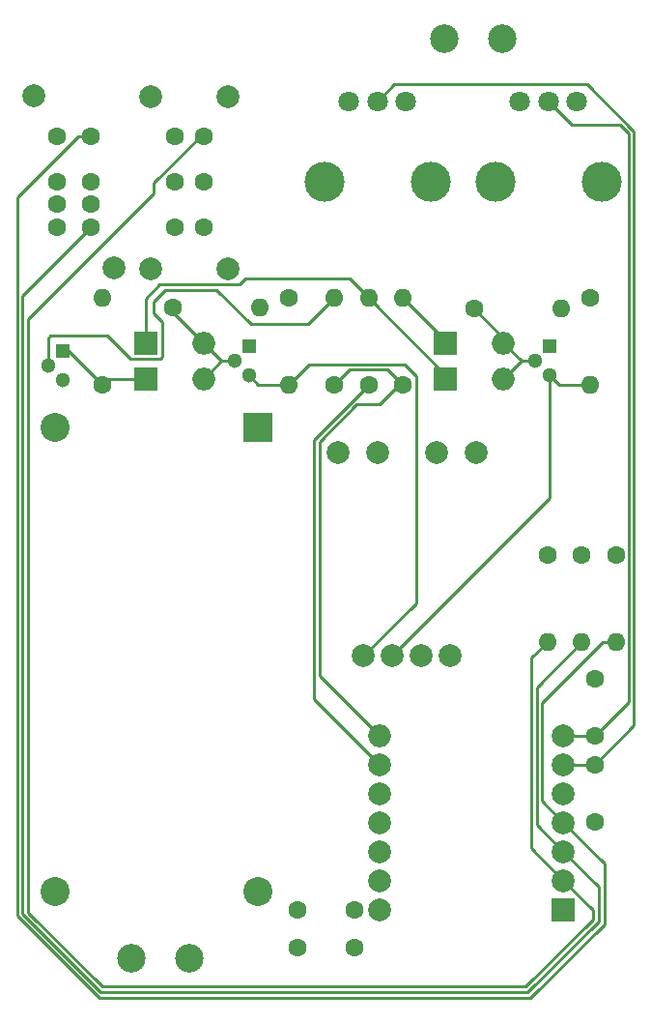
<source format=gbr>
%TF.GenerationSoftware,KiCad,Pcbnew,7.0.9*%
%TF.CreationDate,2023-12-17T20:03:09-08:00*%
%TF.ProjectId,schematic,73636865-6d61-4746-9963-2e6b69636164,rev?*%
%TF.SameCoordinates,Original*%
%TF.FileFunction,Copper,L1,Top*%
%TF.FilePolarity,Positive*%
%FSLAX46Y46*%
G04 Gerber Fmt 4.6, Leading zero omitted, Abs format (unit mm)*
G04 Created by KiCad (PCBNEW 7.0.9) date 2023-12-17 20:03:09*
%MOMM*%
%LPD*%
G01*
G04 APERTURE LIST*
%TA.AperFunction,ComponentPad*%
%ADD10R,1.300000X1.300000*%
%TD*%
%TA.AperFunction,ComponentPad*%
%ADD11C,1.300000*%
%TD*%
%TA.AperFunction,ComponentPad*%
%ADD12C,1.600000*%
%TD*%
%TA.AperFunction,ComponentPad*%
%ADD13O,1.600000X1.600000*%
%TD*%
%TA.AperFunction,ComponentPad*%
%ADD14R,2.540000X2.540000*%
%TD*%
%TA.AperFunction,ComponentPad*%
%ADD15C,2.540000*%
%TD*%
%TA.AperFunction,ComponentPad*%
%ADD16R,2.000000X2.000000*%
%TD*%
%TA.AperFunction,ComponentPad*%
%ADD17O,2.000000X2.000000*%
%TD*%
%TA.AperFunction,ComponentPad*%
%ADD18C,2.500000*%
%TD*%
%TA.AperFunction,ComponentPad*%
%ADD19C,2.000000*%
%TD*%
%TA.AperFunction,ComponentPad*%
%ADD20O,2.000000X1.998980*%
%TD*%
%TA.AperFunction,ComponentPad*%
%ADD21C,1.800000*%
%TD*%
%TA.AperFunction,ComponentPad*%
%ADD22C,3.500000*%
%TD*%
%TA.AperFunction,Conductor*%
%ADD23C,0.250000*%
%TD*%
G04 APERTURE END LIST*
D10*
%TO.P,Q2,1,C*%
%TO.N,/3.3V*%
X121820000Y-78940000D03*
D11*
%TO.P,Q2,2,B*%
%TO.N,Net-(D1-A)*%
X120550000Y-80210000D03*
%TO.P,Q2,3,E*%
%TO.N,/White out*%
X121820000Y-81480000D03*
%TD*%
D12*
%TO.P,R6,1*%
%TO.N,GND*%
X125330000Y-74690000D03*
D13*
%TO.P,R6,2*%
%TO.N,/White out*%
X125330000Y-82310000D03*
%TD*%
D12*
%TO.P,C4,1*%
%TO.N,GND*%
X152173560Y-108000000D03*
%TO.P,C4,2*%
%TO.N,/Speed*%
X152173560Y-113000000D03*
%TD*%
D14*
%TO.P,U2,1,Vin*%
%TO.N,/30V*%
X122610000Y-86000000D03*
D15*
%TO.P,U2,2,GND*%
%TO.N,GND*%
X104830000Y-86000000D03*
%TO.P,U2,3,GND*%
X104830000Y-126640000D03*
%TO.P,U2,4,Vout*%
%TO.N,/5V*%
X122610000Y-126640000D03*
%TD*%
D16*
%TO.P,D4,1,K*%
%TO.N,Net-(D1-K)*%
X139080000Y-81760000D03*
D17*
%TO.P,D4,2,A*%
%TO.N,Net-(D3-A)*%
X144160000Y-81760000D03*
%TD*%
D16*
%TO.P,D1,1,K*%
%TO.N,Net-(D1-K)*%
X112760000Y-78660000D03*
D17*
%TO.P,D1,2,A*%
%TO.N,Net-(D1-A)*%
X117840000Y-78660000D03*
%TD*%
D18*
%TO.P,L1,1,Out1*%
%TO.N,Net-(L1-Out1)*%
X138960000Y-52000000D03*
%TO.P,L1,2,Out2*%
%TO.N,Net-(L1-Out2)*%
X144040000Y-52000000D03*
%TD*%
D10*
%TO.P,Q1,1,C*%
%TO.N,Net-(D2-K)*%
X105500000Y-79310000D03*
D11*
%TO.P,Q1,2,B*%
%TO.N,Net-(Q1-B)*%
X104230000Y-80580000D03*
%TO.P,Q1,3,E*%
%TO.N,GND*%
X105500000Y-81850000D03*
%TD*%
D12*
%TO.P,R9,1*%
%TO.N,GND*%
X148000000Y-97190000D03*
D13*
%TO.P,R9,2*%
%TO.N,/Pattern*%
X148000000Y-104810000D03*
%TD*%
D16*
%TO.P,D3,1,K*%
%TO.N,Net-(D3-K)*%
X139080000Y-78660000D03*
D17*
%TO.P,D3,2,A*%
%TO.N,Net-(D3-A)*%
X144160000Y-78660000D03*
%TD*%
D12*
%TO.P,R8,1*%
%TO.N,GND*%
X151730000Y-74715000D03*
D13*
%TO.P,R8,2*%
%TO.N,/Color out*%
X151730000Y-82335000D03*
%TD*%
D12*
%TO.P,R3,1*%
%TO.N,/Bias*%
X135330000Y-82310000D03*
D13*
%TO.P,R3,2*%
%TO.N,Net-(D3-K)*%
X135330000Y-74690000D03*
%TD*%
D12*
%TO.P,R4,1*%
%TO.N,Net-(D2-K)*%
X109010000Y-82260000D03*
D13*
%TO.P,R4,2*%
%TO.N,/3.3V*%
X109010000Y-74640000D03*
%TD*%
D19*
%TO.P,U3,1,Power_+*%
%TO.N,/30V*%
X138250000Y-88255000D03*
%TO.P,U3,2,Power_-*%
%TO.N,GND*%
X141750000Y-88255000D03*
%TO.P,U3,3,Motor1*%
%TO.N,Net-(L1-Out1)*%
X129614000Y-88255000D03*
%TO.P,U3,4,Motor2*%
%TO.N,Net-(L1-Out2)*%
X133114000Y-88255000D03*
%TO.P,U3,5,Signal1*%
%TO.N,/White out*%
X131872000Y-106035000D03*
%TO.P,U3,6,Signal2*%
%TO.N,/Color out*%
X134412000Y-106035000D03*
%TO.P,U3,7,VM*%
%TO.N,unconnected-(U3-VM-Pad7)*%
X136952000Y-106035000D03*
%TO.P,U3,8,GND*%
%TO.N,GND*%
X139492000Y-106035000D03*
%TD*%
D16*
%TO.P,U1,1,PA02_A0_D0*%
%TO.N,unconnected-(U1-PA02_A0_D0-Pad1)*%
X149414560Y-128240000D03*
D19*
%TO.P,U1,2,PA4_A1_D1*%
%TO.N,/Pattern*%
X149414560Y-125700000D03*
%TO.P,U1,3,PA10_A2_D2*%
%TO.N,/White in*%
X149414560Y-123160000D03*
%TO.P,U1,4,PA11_A3_D3*%
%TO.N,/Color in*%
X149414560Y-120620000D03*
%TO.P,U1,5,PA8_A4_D4_SDA*%
%TO.N,unconnected-(U1-PA8_A4_D4_SDA-Pad5)*%
X149414560Y-118080000D03*
%TO.P,U1,6,PA9_A5_D5_SCL*%
%TO.N,/Intensity in*%
X149414560Y-115540000D03*
%TO.P,U1,7,PB08_A6_D6_TX*%
%TO.N,/Speed*%
X149414560Y-113000000D03*
D20*
%TO.P,U1,8,PB09_A7_D7_RX*%
%TO.N,/Bias*%
X133250000Y-113000000D03*
D19*
%TO.P,U1,9,PA7_A8_D8_SCK*%
%TO.N,/Intensity out*%
X133250000Y-115540000D03*
%TO.P,U1,10,PA5_A9_D9_MISO*%
%TO.N,unconnected-(U1-PA5_A9_D9_MISO-Pad10)*%
X133250000Y-118080000D03*
%TO.P,U1,11,PA6_A10_D10_MOSI*%
%TO.N,unconnected-(U1-PA6_A10_D10_MOSI-Pad11)*%
X133250000Y-120620000D03*
%TO.P,U1,12,3V3*%
%TO.N,/3.3V*%
X133250000Y-123160000D03*
%TO.P,U1,13,GND*%
%TO.N,GND*%
X133250000Y-125700000D03*
%TO.P,U1,14,5V*%
%TO.N,/5V*%
X133250000Y-128240000D03*
%TD*%
D12*
%TO.P,R11,1*%
%TO.N,GND*%
X154000000Y-97190000D03*
D13*
%TO.P,R11,2*%
%TO.N,/Color in*%
X154000000Y-104810000D03*
%TD*%
D12*
%TO.P,R5,1*%
%TO.N,Net-(D1-A)*%
X115160000Y-75560000D03*
D13*
%TO.P,R5,2*%
%TO.N,/3.3V*%
X122780000Y-75560000D03*
%TD*%
D12*
%TO.P,R7,1*%
%TO.N,Net-(D3-A)*%
X141560000Y-75610000D03*
D13*
%TO.P,R7,2*%
%TO.N,/3.3V*%
X149180000Y-75610000D03*
%TD*%
D12*
%TO.P,R2,1*%
%TO.N,/Intensity out*%
X132330000Y-82310000D03*
D13*
%TO.P,R2,2*%
%TO.N,Net-(D1-K)*%
X132330000Y-74690000D03*
%TD*%
D12*
%TO.P,C1,1*%
%TO.N,/5V*%
X131122000Y-128240000D03*
%TO.P,C1,2*%
%TO.N,GND*%
X126122000Y-128240000D03*
%TD*%
%TO.P,C2,1*%
%TO.N,/5V*%
X131122000Y-131590000D03*
%TO.P,C2,2*%
%TO.N,GND*%
X126122000Y-131590000D03*
%TD*%
D10*
%TO.P,Q3,1,C*%
%TO.N,/3.3V*%
X148220000Y-78940000D03*
D11*
%TO.P,Q3,2,B*%
%TO.N,Net-(D3-A)*%
X146950000Y-80210000D03*
%TO.P,Q3,3,E*%
%TO.N,/Color out*%
X148220000Y-81480000D03*
%TD*%
D12*
%TO.P,R10,1*%
%TO.N,GND*%
X151000000Y-97190000D03*
D13*
%TO.P,R10,2*%
%TO.N,/White in*%
X151000000Y-104810000D03*
%TD*%
D12*
%TO.P,C3,1*%
%TO.N,GND*%
X152173560Y-120540000D03*
%TO.P,C3,2*%
%TO.N,/Intensity in*%
X152173560Y-115540000D03*
%TD*%
%TO.P,R1,1*%
%TO.N,/Bias*%
X129330000Y-82310000D03*
D13*
%TO.P,R1,2*%
%TO.N,Net-(Q1-B)*%
X129330000Y-74690000D03*
%TD*%
D18*
%TO.P,V1,1*%
%TO.N,GND*%
X116580000Y-132545000D03*
%TO.P,V1,2*%
%TO.N,/30V*%
X111500000Y-132545000D03*
%TD*%
D16*
%TO.P,D2,1,K*%
%TO.N,Net-(D2-K)*%
X112760000Y-81760000D03*
D17*
%TO.P,D2,2,A*%
%TO.N,Net-(D1-A)*%
X117840000Y-81760000D03*
%TD*%
D21*
%TO.P,RV2,1,1*%
%TO.N,GND*%
X130600000Y-57500000D03*
%TO.P,RV2,2,2*%
%TO.N,/Intensity in*%
X133100000Y-57500000D03*
%TO.P,RV2,3,3*%
%TO.N,/3.3V*%
X135600000Y-57500000D03*
D22*
%TO.P,RV2,4*%
%TO.N,N/C*%
X128450000Y-64500000D03*
%TO.P,RV2,5*%
X137750000Y-64500000D03*
%TD*%
D12*
%TO.P,SW1,1,A*%
%TO.N,/3.3V*%
X117895000Y-64500000D03*
%TO.P,SW1,2,B*%
%TO.N,/Pattern*%
X117895000Y-60500000D03*
%TO.P,SW1,3*%
%TO.N,N/C*%
X117895000Y-68500000D03*
%TO.P,SW1,4*%
X115355000Y-64500000D03*
%TO.P,SW1,5*%
X115355000Y-60500000D03*
%TO.P,SW1,6*%
X115355000Y-68500000D03*
D19*
%TO.P,SW1,7*%
X120000000Y-57100000D03*
%TO.P,SW1,8*%
X113250000Y-57100000D03*
%TO.P,SW1,9*%
X120000000Y-72100000D03*
%TO.P,SW1,10*%
X113250000Y-72100000D03*
%TD*%
D21*
%TO.P,RV1,1,1*%
%TO.N,GND*%
X145600000Y-57500000D03*
%TO.P,RV1,2,2*%
%TO.N,/Speed*%
X148100000Y-57500000D03*
%TO.P,RV1,3,3*%
%TO.N,/3.3V*%
X150600000Y-57500000D03*
D22*
%TO.P,RV1,4*%
%TO.N,N/C*%
X143450000Y-64500000D03*
%TO.P,RV1,5*%
X152750000Y-64500000D03*
%TD*%
D12*
%TO.P,SW2,1,1*%
%TO.N,/Color in*%
X108000000Y-60500000D03*
%TO.P,SW2,2,2*%
%TO.N,/3.3V*%
X108000000Y-64500000D03*
%TO.P,SW2,3,3*%
%TO.N,/White in*%
X108000000Y-68500000D03*
%TO.P,SW2,4*%
%TO.N,N/C*%
X108000000Y-66500000D03*
%TO.P,SW2,5*%
X105000000Y-60500000D03*
%TO.P,SW2,6*%
X105000000Y-64500000D03*
%TO.P,SW2,7*%
X105000000Y-68500000D03*
%TO.P,SW2,8*%
X105000000Y-66500000D03*
D19*
%TO.P,SW2,9*%
X103000000Y-57010000D03*
%TO.P,SW2,10*%
X110000000Y-72090000D03*
%TD*%
D23*
%TO.N,/Intensity in*%
X134600000Y-56000000D02*
X151500000Y-56000000D01*
X133100000Y-57500000D02*
X134600000Y-56000000D01*
X149414560Y-115540000D02*
X152173560Y-115540000D01*
X155575000Y-112138560D02*
X152173560Y-115540000D01*
X151500000Y-56000000D02*
X155575000Y-60075000D01*
X155575000Y-60075000D02*
X155575000Y-112138560D01*
%TO.N,/Speed*%
X152173560Y-113000000D02*
X155125000Y-110048560D01*
X149414560Y-113000000D02*
X152173560Y-113000000D01*
X150100000Y-59500000D02*
X154363604Y-59500000D01*
X148100000Y-57500000D02*
X150100000Y-59500000D01*
X154363604Y-59500000D02*
X155125000Y-60261396D01*
X155125000Y-110048560D02*
X155125000Y-60261396D01*
%TO.N,Net-(D1-K)*%
X114000000Y-73500000D02*
X121000000Y-73500000D01*
X112760000Y-78660000D02*
X112760000Y-74740000D01*
X121500000Y-73000000D02*
X130640000Y-73000000D01*
X132330000Y-74690000D02*
X139080000Y-81440000D01*
X130640000Y-73000000D02*
X132330000Y-74690000D01*
X112760000Y-74740000D02*
X114000000Y-73500000D01*
X139080000Y-81440000D02*
X139080000Y-81760000D01*
X121000000Y-73500000D02*
X121500000Y-73000000D01*
%TO.N,Net-(D1-A)*%
X120550000Y-80210000D02*
X119390000Y-80210000D01*
X119390000Y-80210000D02*
X117840000Y-78660000D01*
X117840000Y-78660000D02*
X115160000Y-75980000D01*
X119390000Y-80210000D02*
X117840000Y-81760000D01*
X115160000Y-75980000D02*
X115160000Y-75560000D01*
%TO.N,Net-(D2-K)*%
X109510000Y-81760000D02*
X109010000Y-82260000D01*
X109010000Y-82260000D02*
X106060000Y-79310000D01*
X112760000Y-81760000D02*
X109510000Y-81760000D01*
X106060000Y-79310000D02*
X105500000Y-79310000D01*
%TO.N,Net-(D3-A)*%
X141560000Y-75610000D02*
X144160000Y-78210000D01*
X144160000Y-78210000D02*
X144160000Y-78660000D01*
X144160000Y-78660000D02*
X145710000Y-80210000D01*
X145710000Y-80210000D02*
X144160000Y-81760000D01*
X146950000Y-80210000D02*
X145710000Y-80210000D01*
%TO.N,Net-(D3-K)*%
X139080000Y-78440000D02*
X139080000Y-78660000D01*
X135330000Y-74690000D02*
X139080000Y-78440000D01*
%TO.N,Net-(Q1-B)*%
X104430000Y-78000000D02*
X109450000Y-78000000D01*
X113500000Y-76000000D02*
X113500000Y-75000000D01*
X109450000Y-78000000D02*
X111450000Y-80000000D01*
X114254504Y-79815496D02*
X114254504Y-76754504D01*
X122000000Y-77000000D02*
X127020000Y-77000000D01*
X114485000Y-74015000D02*
X119015000Y-74015000D01*
X104230000Y-80580000D02*
X104230000Y-78200000D01*
X113500000Y-75000000D02*
X114485000Y-74015000D01*
X119015000Y-74015000D02*
X122000000Y-77000000D01*
X114254504Y-76754504D02*
X113500000Y-76000000D01*
X127020000Y-77000000D02*
X129330000Y-74690000D01*
X114070000Y-80000000D02*
X114254504Y-79815496D01*
X104230000Y-78200000D02*
X104430000Y-78000000D01*
X111450000Y-80000000D02*
X114070000Y-80000000D01*
%TO.N,/Intensity out*%
X133250000Y-115540000D02*
X127500000Y-109790000D01*
X127500000Y-109790000D02*
X127500000Y-87140000D01*
X127500000Y-87140000D02*
X132330000Y-82310000D01*
%TO.N,/Bias*%
X133320000Y-84000000D02*
X131276396Y-84000000D01*
X129330000Y-82310000D02*
X130690000Y-80950000D01*
X131276396Y-84000000D02*
X128000000Y-87276396D01*
X130690000Y-80950000D02*
X133970000Y-80950000D01*
X135330000Y-82310000D02*
X135010000Y-82310000D01*
X128000000Y-107750000D02*
X133250000Y-113000000D01*
X133970000Y-80950000D02*
X135330000Y-82310000D01*
X135010000Y-82310000D02*
X133320000Y-84000000D01*
X128000000Y-87276396D02*
X128000000Y-107750000D01*
%TO.N,/Pattern*%
X148000000Y-104810000D02*
X146600000Y-106210000D01*
X102500000Y-76500000D02*
X102500000Y-128500000D01*
X117895000Y-60500000D02*
X117632005Y-60500000D01*
X109000000Y-135000000D02*
X146113604Y-135000000D01*
X113500000Y-65500000D02*
X102500000Y-76500000D01*
X146113604Y-135000000D02*
X152000000Y-129113604D01*
X146600000Y-106210000D02*
X146600000Y-122885440D01*
X152000000Y-129113604D02*
X152000000Y-128285440D01*
X113500000Y-64632005D02*
X113500000Y-65500000D01*
X146600000Y-122885440D02*
X149414560Y-125700000D01*
X102500000Y-128500000D02*
X109000000Y-135000000D01*
X152000000Y-128285440D02*
X149414560Y-125700000D01*
X117632005Y-60500000D02*
X113500000Y-64632005D01*
%TO.N,/White out*%
X127140000Y-80500000D02*
X125330000Y-82310000D01*
X136500000Y-81500000D02*
X135500000Y-80500000D01*
X136500000Y-101000000D02*
X136500000Y-81500000D01*
X135500000Y-80500000D02*
X127140000Y-80500000D01*
X125330000Y-82310000D02*
X122650000Y-82310000D01*
X136500000Y-101407000D02*
X136500000Y-101000000D01*
X131872000Y-106035000D02*
X136500000Y-101407000D01*
X122650000Y-82310000D02*
X121820000Y-81480000D01*
%TO.N,/Color out*%
X151730000Y-82335000D02*
X149075000Y-82335000D01*
X149075000Y-82335000D02*
X148220000Y-81480000D01*
X134412000Y-106035000D02*
X148220000Y-92227000D01*
X148220000Y-92227000D02*
X148220000Y-92000000D01*
X148220000Y-92000000D02*
X148220000Y-81480000D01*
%TO.N,/White in*%
X108000000Y-68500000D02*
X102000000Y-74500000D01*
X152500000Y-129250000D02*
X152500000Y-126245440D01*
X102000000Y-74500000D02*
X102000000Y-128636396D01*
X102000000Y-128636396D02*
X108863604Y-135500000D01*
X147050000Y-108760000D02*
X147050000Y-120795440D01*
X152500000Y-126245440D02*
X149414560Y-123160000D01*
X151000000Y-104810000D02*
X147050000Y-108760000D01*
X146250000Y-135500000D02*
X152500000Y-129250000D01*
X147050000Y-120795440D02*
X149414560Y-123160000D01*
X108863604Y-135500000D02*
X146250000Y-135500000D01*
%TO.N,/Color in*%
X153000000Y-129500000D02*
X153000000Y-124205440D01*
X146500000Y-136000000D02*
X153000000Y-129500000D01*
X147500000Y-110178630D02*
X147500000Y-118705440D01*
X101500000Y-65868630D02*
X101500000Y-128772792D01*
X106868630Y-60500000D02*
X101500000Y-65868630D01*
X153000000Y-124205440D02*
X149414560Y-120620000D01*
X101500000Y-128772792D02*
X108727208Y-136000000D01*
X147500000Y-118705440D02*
X149414560Y-120620000D01*
X108727208Y-136000000D02*
X146500000Y-136000000D01*
X152868630Y-104810000D02*
X147500000Y-110178630D01*
X154000000Y-104810000D02*
X152868630Y-104810000D01*
X108000000Y-60500000D02*
X106868630Y-60500000D01*
%TD*%
M02*

</source>
